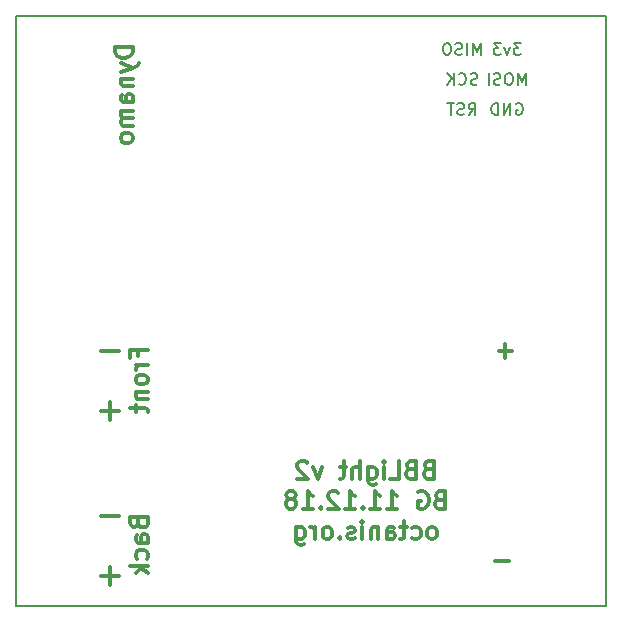
<source format=gbr>
G04 #@! TF.GenerationSoftware,KiCad,Pcbnew,(5.0.0)*
G04 #@! TF.CreationDate,2018-12-18T18:12:34+01:00*
G04 #@! TF.ProjectId,Bikelight,42696B656C696768742E6B696361645F,rev?*
G04 #@! TF.SameCoordinates,Original*
G04 #@! TF.FileFunction,Legend,Bot*
G04 #@! TF.FilePolarity,Positive*
%FSLAX46Y46*%
G04 Gerber Fmt 4.6, Leading zero omitted, Abs format (unit mm)*
G04 Created by KiCad (PCBNEW (5.0.0)) date 12/18/18 18:12:34*
%MOMM*%
%LPD*%
G01*
G04 APERTURE LIST*
%ADD10C,0.300000*%
%ADD11C,0.200000*%
%ADD12C,0.150000*%
G04 APERTURE END LIST*
D10*
X141744628Y-146182542D02*
X140601771Y-146182542D01*
X142024028Y-128377142D02*
X140881171Y-128377142D01*
X141452600Y-128948571D02*
X141452600Y-127805714D01*
X134917000Y-138414457D02*
X134702714Y-138485885D01*
X134631285Y-138557314D01*
X134559857Y-138700171D01*
X134559857Y-138914457D01*
X134631285Y-139057314D01*
X134702714Y-139128742D01*
X134845571Y-139200171D01*
X135417000Y-139200171D01*
X135417000Y-137700171D01*
X134917000Y-137700171D01*
X134774142Y-137771600D01*
X134702714Y-137843028D01*
X134631285Y-137985885D01*
X134631285Y-138128742D01*
X134702714Y-138271600D01*
X134774142Y-138343028D01*
X134917000Y-138414457D01*
X135417000Y-138414457D01*
X133417000Y-138414457D02*
X133202714Y-138485885D01*
X133131285Y-138557314D01*
X133059857Y-138700171D01*
X133059857Y-138914457D01*
X133131285Y-139057314D01*
X133202714Y-139128742D01*
X133345571Y-139200171D01*
X133917000Y-139200171D01*
X133917000Y-137700171D01*
X133417000Y-137700171D01*
X133274142Y-137771600D01*
X133202714Y-137843028D01*
X133131285Y-137985885D01*
X133131285Y-138128742D01*
X133202714Y-138271600D01*
X133274142Y-138343028D01*
X133417000Y-138414457D01*
X133917000Y-138414457D01*
X131702714Y-139200171D02*
X132417000Y-139200171D01*
X132417000Y-137700171D01*
X131202714Y-139200171D02*
X131202714Y-138200171D01*
X131202714Y-137700171D02*
X131274142Y-137771600D01*
X131202714Y-137843028D01*
X131131285Y-137771600D01*
X131202714Y-137700171D01*
X131202714Y-137843028D01*
X129845571Y-138200171D02*
X129845571Y-139414457D01*
X129917000Y-139557314D01*
X129988428Y-139628742D01*
X130131285Y-139700171D01*
X130345571Y-139700171D01*
X130488428Y-139628742D01*
X129845571Y-139128742D02*
X129988428Y-139200171D01*
X130274142Y-139200171D01*
X130417000Y-139128742D01*
X130488428Y-139057314D01*
X130559857Y-138914457D01*
X130559857Y-138485885D01*
X130488428Y-138343028D01*
X130417000Y-138271600D01*
X130274142Y-138200171D01*
X129988428Y-138200171D01*
X129845571Y-138271600D01*
X129131285Y-139200171D02*
X129131285Y-137700171D01*
X128488428Y-139200171D02*
X128488428Y-138414457D01*
X128559857Y-138271600D01*
X128702714Y-138200171D01*
X128917000Y-138200171D01*
X129059857Y-138271600D01*
X129131285Y-138343028D01*
X127988428Y-138200171D02*
X127417000Y-138200171D01*
X127774142Y-137700171D02*
X127774142Y-138985885D01*
X127702714Y-139128742D01*
X127559857Y-139200171D01*
X127417000Y-139200171D01*
X125917000Y-138200171D02*
X125559857Y-139200171D01*
X125202714Y-138200171D01*
X124702714Y-137843028D02*
X124631285Y-137771600D01*
X124488428Y-137700171D01*
X124131285Y-137700171D01*
X123988428Y-137771600D01*
X123917000Y-137843028D01*
X123845571Y-137985885D01*
X123845571Y-138128742D01*
X123917000Y-138343028D01*
X124774142Y-139200171D01*
X123845571Y-139200171D01*
X135881285Y-140964457D02*
X135667000Y-141035885D01*
X135595571Y-141107314D01*
X135524142Y-141250171D01*
X135524142Y-141464457D01*
X135595571Y-141607314D01*
X135667000Y-141678742D01*
X135809857Y-141750171D01*
X136381285Y-141750171D01*
X136381285Y-140250171D01*
X135881285Y-140250171D01*
X135738428Y-140321600D01*
X135667000Y-140393028D01*
X135595571Y-140535885D01*
X135595571Y-140678742D01*
X135667000Y-140821600D01*
X135738428Y-140893028D01*
X135881285Y-140964457D01*
X136381285Y-140964457D01*
X134095571Y-140321600D02*
X134238428Y-140250171D01*
X134452714Y-140250171D01*
X134667000Y-140321600D01*
X134809857Y-140464457D01*
X134881285Y-140607314D01*
X134952714Y-140893028D01*
X134952714Y-141107314D01*
X134881285Y-141393028D01*
X134809857Y-141535885D01*
X134667000Y-141678742D01*
X134452714Y-141750171D01*
X134309857Y-141750171D01*
X134095571Y-141678742D01*
X134024142Y-141607314D01*
X134024142Y-141107314D01*
X134309857Y-141107314D01*
X131452714Y-141750171D02*
X132309857Y-141750171D01*
X131881285Y-141750171D02*
X131881285Y-140250171D01*
X132024142Y-140464457D01*
X132167000Y-140607314D01*
X132309857Y-140678742D01*
X130024142Y-141750171D02*
X130881285Y-141750171D01*
X130452714Y-141750171D02*
X130452714Y-140250171D01*
X130595571Y-140464457D01*
X130738428Y-140607314D01*
X130881285Y-140678742D01*
X129381285Y-141607314D02*
X129309857Y-141678742D01*
X129381285Y-141750171D01*
X129452714Y-141678742D01*
X129381285Y-141607314D01*
X129381285Y-141750171D01*
X127881285Y-141750171D02*
X128738428Y-141750171D01*
X128309857Y-141750171D02*
X128309857Y-140250171D01*
X128452714Y-140464457D01*
X128595571Y-140607314D01*
X128738428Y-140678742D01*
X127309857Y-140393028D02*
X127238428Y-140321600D01*
X127095571Y-140250171D01*
X126738428Y-140250171D01*
X126595571Y-140321600D01*
X126524142Y-140393028D01*
X126452714Y-140535885D01*
X126452714Y-140678742D01*
X126524142Y-140893028D01*
X127381285Y-141750171D01*
X126452714Y-141750171D01*
X125809857Y-141607314D02*
X125738428Y-141678742D01*
X125809857Y-141750171D01*
X125881285Y-141678742D01*
X125809857Y-141607314D01*
X125809857Y-141750171D01*
X124309857Y-141750171D02*
X125167000Y-141750171D01*
X124738428Y-141750171D02*
X124738428Y-140250171D01*
X124881285Y-140464457D01*
X125024142Y-140607314D01*
X125167000Y-140678742D01*
X123452714Y-140893028D02*
X123595571Y-140821600D01*
X123667000Y-140750171D01*
X123738428Y-140607314D01*
X123738428Y-140535885D01*
X123667000Y-140393028D01*
X123595571Y-140321600D01*
X123452714Y-140250171D01*
X123167000Y-140250171D01*
X123024142Y-140321600D01*
X122952714Y-140393028D01*
X122881285Y-140535885D01*
X122881285Y-140607314D01*
X122952714Y-140750171D01*
X123024142Y-140821600D01*
X123167000Y-140893028D01*
X123452714Y-140893028D01*
X123595571Y-140964457D01*
X123667000Y-141035885D01*
X123738428Y-141178742D01*
X123738428Y-141464457D01*
X123667000Y-141607314D01*
X123595571Y-141678742D01*
X123452714Y-141750171D01*
X123167000Y-141750171D01*
X123024142Y-141678742D01*
X122952714Y-141607314D01*
X122881285Y-141464457D01*
X122881285Y-141178742D01*
X122952714Y-141035885D01*
X123024142Y-140964457D01*
X123167000Y-140893028D01*
X135345571Y-144300171D02*
X135488428Y-144228742D01*
X135559857Y-144157314D01*
X135631285Y-144014457D01*
X135631285Y-143585885D01*
X135559857Y-143443028D01*
X135488428Y-143371600D01*
X135345571Y-143300171D01*
X135131285Y-143300171D01*
X134988428Y-143371600D01*
X134917000Y-143443028D01*
X134845571Y-143585885D01*
X134845571Y-144014457D01*
X134917000Y-144157314D01*
X134988428Y-144228742D01*
X135131285Y-144300171D01*
X135345571Y-144300171D01*
X133559857Y-144228742D02*
X133702714Y-144300171D01*
X133988428Y-144300171D01*
X134131285Y-144228742D01*
X134202714Y-144157314D01*
X134274142Y-144014457D01*
X134274142Y-143585885D01*
X134202714Y-143443028D01*
X134131285Y-143371600D01*
X133988428Y-143300171D01*
X133702714Y-143300171D01*
X133559857Y-143371600D01*
X133131285Y-143300171D02*
X132559857Y-143300171D01*
X132917000Y-142800171D02*
X132917000Y-144085885D01*
X132845571Y-144228742D01*
X132702714Y-144300171D01*
X132559857Y-144300171D01*
X131417000Y-144300171D02*
X131417000Y-143514457D01*
X131488428Y-143371600D01*
X131631285Y-143300171D01*
X131917000Y-143300171D01*
X132059857Y-143371600D01*
X131417000Y-144228742D02*
X131559857Y-144300171D01*
X131917000Y-144300171D01*
X132059857Y-144228742D01*
X132131285Y-144085885D01*
X132131285Y-143943028D01*
X132059857Y-143800171D01*
X131917000Y-143728742D01*
X131559857Y-143728742D01*
X131417000Y-143657314D01*
X130702714Y-143300171D02*
X130702714Y-144300171D01*
X130702714Y-143443028D02*
X130631285Y-143371600D01*
X130488428Y-143300171D01*
X130274142Y-143300171D01*
X130131285Y-143371600D01*
X130059857Y-143514457D01*
X130059857Y-144300171D01*
X129345571Y-144300171D02*
X129345571Y-143300171D01*
X129345571Y-142800171D02*
X129417000Y-142871600D01*
X129345571Y-142943028D01*
X129274142Y-142871600D01*
X129345571Y-142800171D01*
X129345571Y-142943028D01*
X128702714Y-144228742D02*
X128559857Y-144300171D01*
X128274142Y-144300171D01*
X128131285Y-144228742D01*
X128059857Y-144085885D01*
X128059857Y-144014457D01*
X128131285Y-143871600D01*
X128274142Y-143800171D01*
X128488428Y-143800171D01*
X128631285Y-143728742D01*
X128702714Y-143585885D01*
X128702714Y-143514457D01*
X128631285Y-143371600D01*
X128488428Y-143300171D01*
X128274142Y-143300171D01*
X128131285Y-143371600D01*
X127417000Y-144157314D02*
X127345571Y-144228742D01*
X127417000Y-144300171D01*
X127488428Y-144228742D01*
X127417000Y-144157314D01*
X127417000Y-144300171D01*
X126488428Y-144300171D02*
X126631285Y-144228742D01*
X126702714Y-144157314D01*
X126774142Y-144014457D01*
X126774142Y-143585885D01*
X126702714Y-143443028D01*
X126631285Y-143371600D01*
X126488428Y-143300171D01*
X126274142Y-143300171D01*
X126131285Y-143371600D01*
X126059857Y-143443028D01*
X125988428Y-143585885D01*
X125988428Y-144014457D01*
X126059857Y-144157314D01*
X126131285Y-144228742D01*
X126274142Y-144300171D01*
X126488428Y-144300171D01*
X125345571Y-144300171D02*
X125345571Y-143300171D01*
X125345571Y-143585885D02*
X125274142Y-143443028D01*
X125202714Y-143371600D01*
X125059857Y-143300171D01*
X124917000Y-143300171D01*
X123774142Y-143300171D02*
X123774142Y-144514457D01*
X123845571Y-144657314D01*
X123917000Y-144728742D01*
X124059857Y-144800171D01*
X124274142Y-144800171D01*
X124417000Y-144728742D01*
X123774142Y-144228742D02*
X123917000Y-144300171D01*
X124202714Y-144300171D01*
X124345571Y-144228742D01*
X124417000Y-144157314D01*
X124488428Y-144014457D01*
X124488428Y-143585885D01*
X124417000Y-143443028D01*
X124345571Y-143371600D01*
X124202714Y-143300171D01*
X123917000Y-143300171D01*
X123774142Y-143371600D01*
D11*
X138342619Y-108402380D02*
X138675952Y-107926190D01*
X138914047Y-108402380D02*
X138914047Y-107402380D01*
X138533095Y-107402380D01*
X138437857Y-107450000D01*
X138390238Y-107497619D01*
X138342619Y-107592857D01*
X138342619Y-107735714D01*
X138390238Y-107830952D01*
X138437857Y-107878571D01*
X138533095Y-107926190D01*
X138914047Y-107926190D01*
X137961666Y-108354761D02*
X137818809Y-108402380D01*
X137580714Y-108402380D01*
X137485476Y-108354761D01*
X137437857Y-108307142D01*
X137390238Y-108211904D01*
X137390238Y-108116666D01*
X137437857Y-108021428D01*
X137485476Y-107973809D01*
X137580714Y-107926190D01*
X137771190Y-107878571D01*
X137866428Y-107830952D01*
X137914047Y-107783333D01*
X137961666Y-107688095D01*
X137961666Y-107592857D01*
X137914047Y-107497619D01*
X137866428Y-107450000D01*
X137771190Y-107402380D01*
X137533095Y-107402380D01*
X137390238Y-107450000D01*
X137104523Y-107402380D02*
X136533095Y-107402380D01*
X136818809Y-108402380D02*
X136818809Y-107402380D01*
X142795476Y-102322380D02*
X142176428Y-102322380D01*
X142509761Y-102703333D01*
X142366904Y-102703333D01*
X142271666Y-102750952D01*
X142224047Y-102798571D01*
X142176428Y-102893809D01*
X142176428Y-103131904D01*
X142224047Y-103227142D01*
X142271666Y-103274761D01*
X142366904Y-103322380D01*
X142652619Y-103322380D01*
X142747857Y-103274761D01*
X142795476Y-103227142D01*
X141843095Y-102655714D02*
X141605000Y-103322380D01*
X141366904Y-102655714D01*
X141081190Y-102322380D02*
X140462142Y-102322380D01*
X140795476Y-102703333D01*
X140652619Y-102703333D01*
X140557380Y-102750952D01*
X140509761Y-102798571D01*
X140462142Y-102893809D01*
X140462142Y-103131904D01*
X140509761Y-103227142D01*
X140557380Y-103274761D01*
X140652619Y-103322380D01*
X140938333Y-103322380D01*
X141033571Y-103274761D01*
X141081190Y-103227142D01*
X142366904Y-107450000D02*
X142462142Y-107402380D01*
X142605000Y-107402380D01*
X142747857Y-107450000D01*
X142843095Y-107545238D01*
X142890714Y-107640476D01*
X142938333Y-107830952D01*
X142938333Y-107973809D01*
X142890714Y-108164285D01*
X142843095Y-108259523D01*
X142747857Y-108354761D01*
X142605000Y-108402380D01*
X142509761Y-108402380D01*
X142366904Y-108354761D01*
X142319285Y-108307142D01*
X142319285Y-107973809D01*
X142509761Y-107973809D01*
X141890714Y-108402380D02*
X141890714Y-107402380D01*
X141319285Y-108402380D01*
X141319285Y-107402380D01*
X140843095Y-108402380D02*
X140843095Y-107402380D01*
X140605000Y-107402380D01*
X140462142Y-107450000D01*
X140366904Y-107545238D01*
X140319285Y-107640476D01*
X140271666Y-107830952D01*
X140271666Y-107973809D01*
X140319285Y-108164285D01*
X140366904Y-108259523D01*
X140462142Y-108354761D01*
X140605000Y-108402380D01*
X140843095Y-108402380D01*
X139080714Y-105814761D02*
X138937857Y-105862380D01*
X138699761Y-105862380D01*
X138604523Y-105814761D01*
X138556904Y-105767142D01*
X138509285Y-105671904D01*
X138509285Y-105576666D01*
X138556904Y-105481428D01*
X138604523Y-105433809D01*
X138699761Y-105386190D01*
X138890238Y-105338571D01*
X138985476Y-105290952D01*
X139033095Y-105243333D01*
X139080714Y-105148095D01*
X139080714Y-105052857D01*
X139033095Y-104957619D01*
X138985476Y-104910000D01*
X138890238Y-104862380D01*
X138652142Y-104862380D01*
X138509285Y-104910000D01*
X137509285Y-105767142D02*
X137556904Y-105814761D01*
X137699761Y-105862380D01*
X137795000Y-105862380D01*
X137937857Y-105814761D01*
X138033095Y-105719523D01*
X138080714Y-105624285D01*
X138128333Y-105433809D01*
X138128333Y-105290952D01*
X138080714Y-105100476D01*
X138033095Y-105005238D01*
X137937857Y-104910000D01*
X137795000Y-104862380D01*
X137699761Y-104862380D01*
X137556904Y-104910000D01*
X137509285Y-104957619D01*
X137080714Y-105862380D02*
X137080714Y-104862380D01*
X136509285Y-105862380D02*
X136937857Y-105290952D01*
X136509285Y-104862380D02*
X137080714Y-105433809D01*
X139366428Y-103322380D02*
X139366428Y-102322380D01*
X139033095Y-103036666D01*
X138699761Y-102322380D01*
X138699761Y-103322380D01*
X138223571Y-103322380D02*
X138223571Y-102322380D01*
X137795000Y-103274761D02*
X137652142Y-103322380D01*
X137414047Y-103322380D01*
X137318809Y-103274761D01*
X137271190Y-103227142D01*
X137223571Y-103131904D01*
X137223571Y-103036666D01*
X137271190Y-102941428D01*
X137318809Y-102893809D01*
X137414047Y-102846190D01*
X137604523Y-102798571D01*
X137699761Y-102750952D01*
X137747380Y-102703333D01*
X137795000Y-102608095D01*
X137795000Y-102512857D01*
X137747380Y-102417619D01*
X137699761Y-102370000D01*
X137604523Y-102322380D01*
X137366428Y-102322380D01*
X137223571Y-102370000D01*
X136604523Y-102322380D02*
X136414047Y-102322380D01*
X136318809Y-102370000D01*
X136223571Y-102465238D01*
X136175952Y-102655714D01*
X136175952Y-102989047D01*
X136223571Y-103179523D01*
X136318809Y-103274761D01*
X136414047Y-103322380D01*
X136604523Y-103322380D01*
X136699761Y-103274761D01*
X136795000Y-103179523D01*
X136842619Y-102989047D01*
X136842619Y-102655714D01*
X136795000Y-102465238D01*
X136699761Y-102370000D01*
X136604523Y-102322380D01*
X143176428Y-105862380D02*
X143176428Y-104862380D01*
X142843095Y-105576666D01*
X142509761Y-104862380D01*
X142509761Y-105862380D01*
X141843095Y-104862380D02*
X141652619Y-104862380D01*
X141557380Y-104910000D01*
X141462142Y-105005238D01*
X141414523Y-105195714D01*
X141414523Y-105529047D01*
X141462142Y-105719523D01*
X141557380Y-105814761D01*
X141652619Y-105862380D01*
X141843095Y-105862380D01*
X141938333Y-105814761D01*
X142033571Y-105719523D01*
X142081190Y-105529047D01*
X142081190Y-105195714D01*
X142033571Y-105005238D01*
X141938333Y-104910000D01*
X141843095Y-104862380D01*
X141033571Y-105814761D02*
X140890714Y-105862380D01*
X140652619Y-105862380D01*
X140557380Y-105814761D01*
X140509761Y-105767142D01*
X140462142Y-105671904D01*
X140462142Y-105576666D01*
X140509761Y-105481428D01*
X140557380Y-105433809D01*
X140652619Y-105386190D01*
X140843095Y-105338571D01*
X140938333Y-105290952D01*
X140985952Y-105243333D01*
X141033571Y-105148095D01*
X141033571Y-105052857D01*
X140985952Y-104957619D01*
X140938333Y-104910000D01*
X140843095Y-104862380D01*
X140605000Y-104862380D01*
X140462142Y-104910000D01*
X140033571Y-105862380D02*
X140033571Y-104862380D01*
D10*
X110382857Y-142958571D02*
X110454285Y-143172857D01*
X110525714Y-143244285D01*
X110668571Y-143315714D01*
X110882857Y-143315714D01*
X111025714Y-143244285D01*
X111097142Y-143172857D01*
X111168571Y-143030000D01*
X111168571Y-142458571D01*
X109668571Y-142458571D01*
X109668571Y-142958571D01*
X109740000Y-143101428D01*
X109811428Y-143172857D01*
X109954285Y-143244285D01*
X110097142Y-143244285D01*
X110240000Y-143172857D01*
X110311428Y-143101428D01*
X110382857Y-142958571D01*
X110382857Y-142458571D01*
X111168571Y-144601428D02*
X110382857Y-144601428D01*
X110240000Y-144530000D01*
X110168571Y-144387142D01*
X110168571Y-144101428D01*
X110240000Y-143958571D01*
X111097142Y-144601428D02*
X111168571Y-144458571D01*
X111168571Y-144101428D01*
X111097142Y-143958571D01*
X110954285Y-143887142D01*
X110811428Y-143887142D01*
X110668571Y-143958571D01*
X110597142Y-144101428D01*
X110597142Y-144458571D01*
X110525714Y-144601428D01*
X111097142Y-145958571D02*
X111168571Y-145815714D01*
X111168571Y-145530000D01*
X111097142Y-145387142D01*
X111025714Y-145315714D01*
X110882857Y-145244285D01*
X110454285Y-145244285D01*
X110311428Y-145315714D01*
X110240000Y-145387142D01*
X110168571Y-145530000D01*
X110168571Y-145815714D01*
X110240000Y-145958571D01*
X111168571Y-146601428D02*
X109668571Y-146601428D01*
X110597142Y-146744285D02*
X111168571Y-147172857D01*
X110168571Y-147172857D02*
X110740000Y-146601428D01*
X110382857Y-128774285D02*
X110382857Y-128274285D01*
X111168571Y-128274285D02*
X109668571Y-128274285D01*
X109668571Y-128988571D01*
X111168571Y-129560000D02*
X110168571Y-129560000D01*
X110454285Y-129560000D02*
X110311428Y-129631428D01*
X110240000Y-129702857D01*
X110168571Y-129845714D01*
X110168571Y-129988571D01*
X111168571Y-130702857D02*
X111097142Y-130560000D01*
X111025714Y-130488571D01*
X110882857Y-130417142D01*
X110454285Y-130417142D01*
X110311428Y-130488571D01*
X110240000Y-130560000D01*
X110168571Y-130702857D01*
X110168571Y-130917142D01*
X110240000Y-131060000D01*
X110311428Y-131131428D01*
X110454285Y-131202857D01*
X110882857Y-131202857D01*
X111025714Y-131131428D01*
X111097142Y-131060000D01*
X111168571Y-130917142D01*
X111168571Y-130702857D01*
X110168571Y-131845714D02*
X111168571Y-131845714D01*
X110311428Y-131845714D02*
X110240000Y-131917142D01*
X110168571Y-132060000D01*
X110168571Y-132274285D01*
X110240000Y-132417142D01*
X110382857Y-132488571D01*
X111168571Y-132488571D01*
X110168571Y-132988571D02*
X110168571Y-133560000D01*
X109668571Y-133202857D02*
X110954285Y-133202857D01*
X111097142Y-133274285D01*
X111168571Y-133417142D01*
X111168571Y-133560000D01*
X109898571Y-102680000D02*
X108398571Y-102680000D01*
X108398571Y-103037142D01*
X108470000Y-103251428D01*
X108612857Y-103394285D01*
X108755714Y-103465714D01*
X109041428Y-103537142D01*
X109255714Y-103537142D01*
X109541428Y-103465714D01*
X109684285Y-103394285D01*
X109827142Y-103251428D01*
X109898571Y-103037142D01*
X109898571Y-102680000D01*
X108898571Y-104037142D02*
X109898571Y-104394285D01*
X108898571Y-104751428D02*
X109898571Y-104394285D01*
X110255714Y-104251428D01*
X110327142Y-104180000D01*
X110398571Y-104037142D01*
X108898571Y-105322857D02*
X109898571Y-105322857D01*
X109041428Y-105322857D02*
X108970000Y-105394285D01*
X108898571Y-105537142D01*
X108898571Y-105751428D01*
X108970000Y-105894285D01*
X109112857Y-105965714D01*
X109898571Y-105965714D01*
X109898571Y-107322857D02*
X109112857Y-107322857D01*
X108970000Y-107251428D01*
X108898571Y-107108571D01*
X108898571Y-106822857D01*
X108970000Y-106680000D01*
X109827142Y-107322857D02*
X109898571Y-107180000D01*
X109898571Y-106822857D01*
X109827142Y-106680000D01*
X109684285Y-106608571D01*
X109541428Y-106608571D01*
X109398571Y-106680000D01*
X109327142Y-106822857D01*
X109327142Y-107180000D01*
X109255714Y-107322857D01*
X109898571Y-108037142D02*
X108898571Y-108037142D01*
X109041428Y-108037142D02*
X108970000Y-108108571D01*
X108898571Y-108251428D01*
X108898571Y-108465714D01*
X108970000Y-108608571D01*
X109112857Y-108680000D01*
X109898571Y-108680000D01*
X109112857Y-108680000D02*
X108970000Y-108751428D01*
X108898571Y-108894285D01*
X108898571Y-109108571D01*
X108970000Y-109251428D01*
X109112857Y-109322857D01*
X109898571Y-109322857D01*
X109898571Y-110251428D02*
X109827142Y-110108571D01*
X109755714Y-110037142D01*
X109612857Y-109965714D01*
X109184285Y-109965714D01*
X109041428Y-110037142D01*
X108970000Y-110108571D01*
X108898571Y-110251428D01*
X108898571Y-110465714D01*
X108970000Y-110608571D01*
X109041428Y-110680000D01*
X109184285Y-110751428D01*
X109612857Y-110751428D01*
X109755714Y-110680000D01*
X109827142Y-110608571D01*
X109898571Y-110465714D01*
X109898571Y-110251428D01*
X108711904Y-128412857D02*
X107188095Y-128412857D01*
X108711904Y-133492857D02*
X107188095Y-133492857D01*
X107950000Y-134254761D02*
X107950000Y-132730952D01*
X108711904Y-142382857D02*
X107188095Y-142382857D01*
X108711904Y-147462857D02*
X107188095Y-147462857D01*
X107950000Y-148224761D02*
X107950000Y-146700952D01*
D12*
X150000000Y-100000000D02*
X150000000Y-150000000D01*
X100000000Y-150000000D02*
X100000000Y-100000000D01*
X150000000Y-150000000D02*
X100000000Y-150000000D01*
X100000000Y-100000000D02*
X150000000Y-100000000D01*
M02*

</source>
